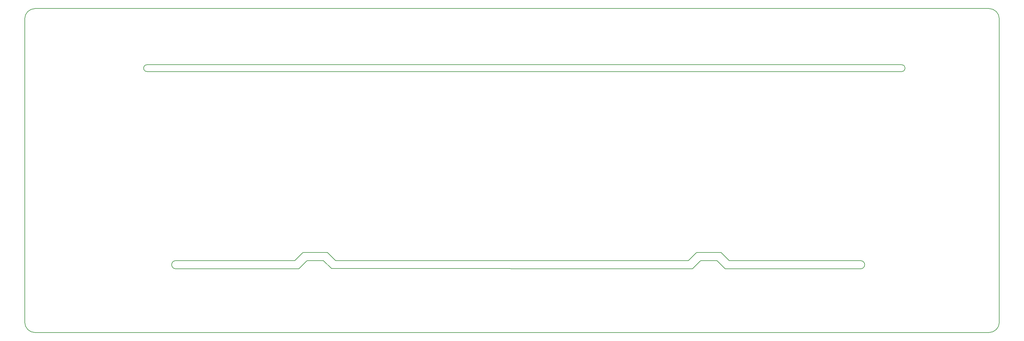
<source format=gbr>
G04 #@! TF.GenerationSoftware,KiCad,Pcbnew,5.1.4*
G04 #@! TF.CreationDate,2019-09-16T11:06:55-03:00*
G04 #@! TF.ProjectId,arcticPCB,61726374-6963-4504-9342-2e6b69636164,0.1.1*
G04 #@! TF.SameCoordinates,Original*
G04 #@! TF.FileFunction,Profile,NP*
%FSLAX46Y46*%
G04 Gerber Fmt 4.6, Leading zero omitted, Abs format (unit mm)*
G04 Created by KiCad (PCBNEW 5.1.4) date 2019-09-16 11:06:55*
%MOMM*%
%LPD*%
G04 APERTURE LIST*
%ADD10C,0.200000*%
G04 APERTURE END LIST*
D10*
X255609290Y-18534410D02*
X36533370Y-18534410D01*
X255609290Y-16534410D02*
G75*
G02X255609290Y-18534410I0J-1000000D01*
G01*
X243720770Y-73493887D02*
G75*
G02X243702990Y-75875280I0J-1190763D01*
G01*
X204412200Y-75875280D02*
X243702990Y-75875280D01*
X205602830Y-73494020D02*
X243720770Y-73494020D01*
X193696530Y-73494020D02*
X196077790Y-71112760D01*
X197268420Y-73494020D02*
X202030940Y-73494020D01*
X202030940Y-73494020D02*
X204412200Y-75875280D01*
X194887160Y-75875280D02*
X197268420Y-73494020D01*
X196077790Y-71112760D02*
X203221570Y-71112760D01*
X203221570Y-71112760D02*
X205602830Y-73494020D01*
X91302350Y-73494020D02*
X193696530Y-73494020D01*
X90111720Y-75818740D02*
X194887160Y-75875280D01*
X81777310Y-71112760D02*
X88921090Y-71112760D01*
X88921090Y-71112760D02*
X91302350Y-73494020D01*
X87730460Y-73494020D02*
X90111720Y-75818740D01*
X80586680Y-75875280D02*
X82967940Y-73494020D01*
X82967940Y-73494020D02*
X87730460Y-73494020D01*
X79396050Y-73494020D02*
X81777310Y-71112760D01*
X36533370Y-18534410D02*
G75*
G02X36533370Y-16534410I0J1000000D01*
G01*
X255609290Y-16534410D02*
X36533370Y-16534410D01*
X79396050Y-73494020D02*
X44867780Y-73494020D01*
X44850000Y-75875413D02*
G75*
G02X44867780Y-73494020I0J1190763D01*
G01*
X80586680Y-75875280D02*
X44850000Y-75875413D01*
X1000000Y-91400000D02*
X1000000Y-3200000D01*
X284000000Y-3200000D02*
X284000000Y-91400000D01*
X281000000Y-94400000D02*
G75*
G03X284000000Y-91400000I0J3000000D01*
G01*
X4000000Y-94400000D02*
X281000000Y-94400000D01*
X1000000Y-91400000D02*
G75*
G03X4000000Y-94400000I3000000J0D01*
G01*
X4000000Y-200000D02*
G75*
G03X1000000Y-3200000I0J-3000000D01*
G01*
X284000000Y-3200000D02*
G75*
G03X281000000Y-200000I-3000000J0D01*
G01*
X4000000Y-200000D02*
X281000000Y-200000D01*
M02*

</source>
